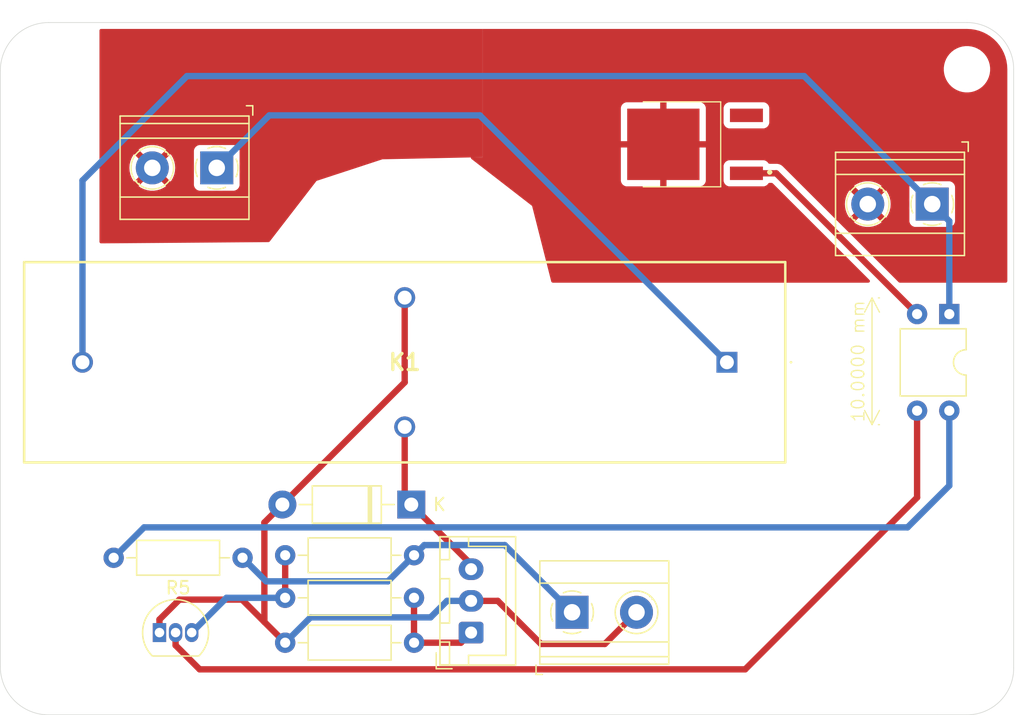
<source format=kicad_pcb>
(kicad_pcb (version 20240108) (generator "pcbnew") (generator_version "8.0")
  (title_block (title "Discharge Circuit") (date "2023-07-26") (rev "v08") (company "UCD Formula Student") (comment 1 "Author: Darren Garrett") (comment 2 "Amended by: Rebecca McDonald"))
  (layers (0 "F.Cu" signal) (31 "B.Cu" signal) (34 "B.Paste" user) (35 "F.Paste" user) (36 "B.SilkS" user "B.Silkscreen") (37 "F.SilkS" user "F.Silkscreen") (38 "B.Mask" user) (39 "F.Mask" user) (44 "Edge.Cuts" user))
  (net 0 "")
  (net 1 "~{DISCHARGING}")
  (net 3 "Net-(J1-Pin_1)")
  (net 4 "TS-")
  (net 5 "TS+")
  (net 6 "Net-(IC1-IN)")
  (net 7 "Net-(Q1-G)")
  (net 8 "Net-(Q1-D)")
  (net 9 "Net-(R5-Pad2)")
  (net 10 "GLV-")
  (net 11 "GLV+")
  (net 12 "SDWN_DC+")
  (footprint "DBR71210:DBR71210" (layer "F.Cu") (at 183.261 95.377 180)
    (property "Reference" "K1" (at 25.4 0 180) (layer "F.SilkS") (effects (font (size 1.27 1.27) (thickness 0.254))))
    (property "Value" "DBR71210" (hide yes))
    (fp_line (start 55.4 7.9) (end 55.4 -7.9) (stroke (width 0.2)) (layer "F.SilkS"))
    (fp_line (start 55.4 -7.9) (end -4.6 -7.9) (stroke (width 0.2)) (layer "F.SilkS"))
    (fp_line (start -4.6 7.9) (end 55.4 7.9) (stroke (width 0.2)) (layer "F.SilkS"))
    (fp_line (start -4.6 -7.9) (end -4.6 7.9) (stroke (width 0.2)) (layer "F.SilkS"))
    (fp_line (start -5 0) (end -5 0) (stroke (width 0.1)) (layer "F.SilkS"))
    (fp_line (start -5.1 0) (end -5.1 0) (stroke (width 0.1)) (layer "F.SilkS"))
    (fp_arc (start -5 0) (mid -5.05 0.05) (end -5.1 0) (stroke (width 0.1)) (layer "F.SilkS"))
    (fp_arc (start -5.1 0) (mid -5.05 -0.05) (end -5 0) (stroke (width 0.1)) (layer "F.SilkS"))
    (pad "1" thru_hole rect (at 0 0 180) (size 1.65 1.65) (drill 1.1) (layers "*.Cu" "*.Mask") (net 5 "TS+"))
    (pad "2" thru_hole circle (at 50.8 0 180) (size 1.65 1.65) (drill 1.1) (layers "*.Cu" "*.Mask") (net 3 "Net-(J1-Pin_1)"))
    (pad "3" thru_hole circle (at 25.4 5.1 180) (size 1.65 1.65) (drill 1.1) (layers "*.Cu" "*.Mask") (net 10 "GLV-"))
    (pad "4" thru_hole circle (at 25.4 -5.1 180) (size 1.65 1.65) (drill 1.1) (layers "*.Cu" "*.Mask") (net 12 "SDWN_DC+"))
  )
  (footprint "Resistor_THT:R_Axial_DIN0207_L6.3mm_D2.5mm_P10.16mm_Horizontal" (layer "F.Cu") (at 158.6 110.6 180)
    (property "Reference" "R2" (hide yes))
    (property "Value" "1k" (hide yes))
    (fp_line (start 9.12 0) (end 8.35 0) (stroke (width 0.12)) (layer "F.SilkS"))
    (fp_line (start 8.35 1.37) (end 8.35 -1.37) (stroke (width 0.12)) (layer "F.SilkS"))
    (fp_line (start 8.35 -1.37) (end 1.81 -1.37) (stroke (width 0.12)) (layer "F.SilkS"))
    (fp_line (start 1.81 1.37) (end 8.35 1.37) (stroke (width 0.12)) (layer "F.SilkS"))
    (fp_line (start 1.81 -1.37) (end 1.81 1.37) (stroke (width 0.12)) (layer "F.SilkS"))
    (fp_line (start 1.04 0) (end 1.81 0) (stroke (width 0.12)) (layer "F.SilkS"))
    (pad "1" thru_hole circle (at 0 0 180) (size 1.6 1.6) (drill 0.8) (layers "*.Cu" "*.Mask") (net 11 "GLV+"))
    (pad "2" thru_hole oval (at 10.16 0 180) (size 1.6 1.6) (drill 0.8) (layers "*.Cu" "*.Mask") (net 8 "Net-(Q1-D)"))
  )
  (footprint "Connector_JST:JST_XH_B3B-XH-A_1x03_P2.50mm_Vertical" (layer "F.Cu") (at 163.095 116.7 90)
    (property "Reference" "J4" (hide yes))
    (property "Value" "Conn_01x03" (hide yes))
    (fp_line (start -1.6 -2.75) (end -2.85 -2.75) (stroke (width 0.12)) (layer "F.SilkS"))
    (fp_line (start -2.85 -2.75) (end -2.85 -1.5) (stroke (width 0.12)) (layer "F.SilkS"))
    (fp_line (start 7.56 -2.46) (end -2.56 -2.46) (stroke (width 0.12)) (layer "F.SilkS"))
    (fp_line (start -2.56 -2.46) (end -2.56 3.51) (stroke (width 0.12)) (layer "F.SilkS"))
    (fp_line (start 7.55 -2.45) (end 5.75 -2.45) (stroke (width 0.12)) (layer "F.SilkS"))
    (fp_line (start 5.75 -2.45) (end 5.75 -1.7) (stroke (width 0.12)) (layer "F.SilkS"))
    (fp_line (start 4.25 -2.45) (end 0.75 -2.45) (stroke (width 0.12)) (layer "F.SilkS"))
    (fp_line (start 0.75 -2.45) (end 0.75 -1.7) (stroke (width 0.12)) (layer "F.SilkS"))
    (fp_line (start -0.75 -2.45) (end -2.55 -2.45) (stroke (width 0.12)) (layer "F.SilkS"))
    (fp_line (start -2.55 -2.45) (end -2.55 -1.7) (stroke (width 0.12)) (layer "F.SilkS"))
    (fp_line (start 7.55 -1.7) (end 7.55 -2.45) (stroke (width 0.12)) (layer "F.SilkS"))
    (fp_line (start 5.75 -1.7) (end 7.55 -1.7) (stroke (width 0.12)) (layer "F.SilkS"))
    (fp_line (start 4.25 -1.7) (end 4.25 -2.45) (stroke (width 0.12)) (layer "F.SilkS"))
    (fp_line (start 0.75 -1.7) (end 4.25 -1.7) (stroke (width 0.12)) (layer "F.SilkS"))
    (fp_line (start -0.75 -1.7) (end -0.75 -2.45) (stroke (width 0.12)) (layer "F.SilkS"))
    (fp_line (start -2.55 -1.7) (end -0.75 -1.7) (stroke (width 0.12)) (layer "F.SilkS"))
    (fp_line (start 7.55 -0.2) (end 6.8 -0.2) (stroke (width 0.12)) (layer "F.SilkS"))
    (fp_line (start 6.8 -0.2) (end 6.8 2.75) (stroke (width 0.12)) (layer "F.SilkS"))
    (fp_line (start -1.8 -0.2) (end -1.8 2.75) (stroke (width 0.12)) (layer "F.SilkS"))
    (fp_line (start -2.55 -0.2) (end -1.8 -0.2) (stroke (width 0.12)) (layer "F.SilkS"))
    (fp_line (start 6.8 2.75) (end 2.5 2.75) (stroke (width 0.12)) (layer "F.SilkS"))
    (fp_line (start -1.8 2.75) (end 2.5 2.75) (stroke (width 0.12)) (layer "F.SilkS"))
    (fp_line (start 7.56 3.51) (end 7.56 -2.46) (stroke (width 0.12)) (layer "F.SilkS"))
    (fp_line (start -2.56 3.51) (end 7.56 3.51) (stroke (width 0.12)) (layer "F.SilkS"))
    (pad "1" thru_hole roundrect (at 0 0 90) (size 1.7 1.95) (drill 0.95) (layers "*.Cu" "*.Mask") (roundrect_rratio 0.147059) (net 1 "~{DISCHARGING}"))
    (pad "2" thru_hole oval (at 2.5 0 90) (size 1.7 1.95) (drill 0.95) (layers "*.Cu" "*.Mask") (net 10 "GLV-"))
    (pad "3" thru_hole oval (at 5 0 90) (size 1.7 1.95) (drill 0.95) (layers "*.Cu" "*.Mask") (net 12 "SDWN_DC+"))
  )
  (footprint "MountingHole:MountingHole_3.2mm_M3" (layer "F.Cu") (at 129.8 119.4)
    (property "Reference" "H3" (hide yes))
    (property "Value" "M3" (hide yes))
    (pad "" np_thru_hole circle (at 0 0) (size 3.2 3.2) (drill 3.2) (layers "*.Cu" "*.Mask"))
  )
  (footprint "Phoenix 1x2 Connector:Phoenix_1x2_1729128" (layer "F.Cu") (at 143.045 80.0425 180)
    (property "Reference" "J2" (hide yes))
    (property "Value" "Conn_01x02" (hide yes))
    (fp_line (start 7.62 -4.06) (end 7.62 4.09) (stroke (width 0.12)) (layer "F.SilkS"))
    (fp_line (start 6.355 -1.069) (end 6.308 -1.023) (stroke (width 0.12)) (layer "F.SilkS"))
    (fp_line (start 6.15 -1.275) (end 6.115 -1.239) (stroke (width 0.12)) (layer "F.SilkS"))
    (fp_line (start 4.046 1.239) (end 4.011 1.274) (stroke (width 0.12)) (layer "F.SilkS"))
    (fp_line (start 3.853 1.023) (end 3.806 1.069) (stroke (width 0.12)) (layer "F.SilkS"))
    (fp_line (start -2.54 4.09) (end 7.62 4.09) (stroke (width 0.12)) (layer "F.SilkS"))
    (fp_line (start -2.54 3.5) (end 7.62 3.5) (stroke (width 0.12)) (layer "F.SilkS"))
    (fp_line (start -2.54 2.34) (end 7.62 2.34) (stroke (width 0.12)) (layer "F.SilkS"))
    (fp_line (start -2.54 -2.301) (end 7.62 -2.301) (stroke (width 0.12)) (layer "F.SilkS"))
    (fp_line (start -2.54 -4.06) (end 7.62 -4.06) (stroke (width 0.12)) (layer "F.SilkS"))
    (fp_line (start -2.54 -4.06) (end -2.54 4.09) (stroke (width 0.12)) (layer "F.SilkS"))
    (fp_line (start -2.84 4.9) (end -2.34 4.9) (stroke (width 0.12)) (layer "F.SilkS"))
    (fp_line (start -2.84 4.16) (end -2.84 4.9) (stroke (width 0.12)) (layer "F.SilkS"))
    (fp_arc (start 1.535427 -0.683042) (mid 1.680501 0.000524) (end 1.535 0.684) (stroke (width 0.12)) (layer "F.SilkS"))
    (fp_arc (start 0.683318 1.534756) (mid 0.349292 1.643288) (end 0 1.68) (stroke (width 0.12)) (layer "F.SilkS"))
    (fp_arc (start 0.028805 1.680253) (mid -0.335551 1.646659) (end -0.684 1.535) (stroke (width 0.12)) (layer "F.SilkS"))
    (fp_arc (start -0.683042 -1.535427) (mid 0.000524 -1.680501) (end 0.684 -1.535) (stroke (width 0.12)) (layer "F.SilkS"))
    (fp_arc (start -1.535427 0.683042) (mid -1.680501 -0.000524) (end -1.535 -0.684) (stroke (width 0.12)) (layer "F.SilkS"))
    (fp_circle (center 5.08 0) (end 6.76 0) (stroke (width 0.12)) (fill none) (layer "F.SilkS"))
    (pad "1" thru_hole rect (at 0 0 180) (size 2.6 2.6) (drill 1.3) (layers "*.Cu" "*.Mask") (net 5 "TS+"))
    (pad "2" thru_hole circle (at 5.08 0 180) (size 2.6 2.6) (drill 1.3) (layers "*.Cu" "*.Mask") (net 4 "TS-"))
  )
  (footprint "Package_DIP:DIP-4_W7.62mm" (layer "F.Cu") (at 200.792 91.577 -90)
    (property "Reference" "U2" (hide yes))
    (property "Value" "HCPL-817-000E" (hide yes))
    (fp_line (start 1.16 3.87) (end 6.46 3.87) (stroke (width 0.12)) (layer "F.SilkS"))
    (fp_line (start 6.46 3.87) (end 6.46 -1.33) (stroke (width 0.12)) (layer "F.SilkS"))
    (fp_line (start 1.16 -1.33) (end 1.16 3.87) (stroke (width 0.12)) (layer "F.SilkS"))
    (fp_line (start 2.81 -1.33) (end 1.16 -1.33) (stroke (width 0.12)) (layer "F.SilkS"))
    (fp_line (start 6.46 -1.33) (end 4.81 -1.33) (stroke (width 0.12)) (layer "F.SilkS"))
    (fp_arc (start 4.81 -1.33) (mid 3.81 -0.33) (end 2.81 -1.33) (stroke (width 0.12)) (layer "F.SilkS"))
    (pad "1" thru_hole rect (at 0 0 270) (size 1.6 1.6) (drill 0.8) (layers "*.Cu" "*.Mask") (net 3 "Net-(J1-Pin_1)"))
    (pad "2" thru_hole oval (at 0 2.54 270) (size 1.6 1.6) (drill 0.8) (layers "*.Cu" "*.Mask") (net 6 "Net-(IC1-IN)"))
    (pad "3" thru_hole oval (at 7.62 2.54 270) (size 1.6 1.6) (drill 0.8) (layers "*.Cu" "*.Mask") (net 7 "Net-(Q1-G)"))
    (pad "4" thru_hole oval (at 7.62 0 270) (size 1.6 1.6) (drill 0.8) (layers "*.Cu" "*.Mask") (net 9 "Net-(R5-Pad2)"))
  )
  (footprint "Resistor_THT:R_Axial_DIN0207_L6.3mm_D2.5mm_P10.16mm_Horizontal" (layer "F.Cu") (at 158.6 117.5 180)
    (property "Reference" "R4" (hide yes))
    (property "Value" "3.3k" (hide yes))
    (fp_line (start 9.12 0) (end 8.35 0) (stroke (width 0.12)) (layer "F.SilkS"))
    (fp_line (start 8.35 1.37) (end 8.35 -1.37) (stroke (width 0.12)) (layer "F.SilkS"))
    (fp_line (start 8.35 -1.37) (end 1.81 -1.37) (stroke (width 0.12)) (layer "F.SilkS"))
    (fp_line (start 1.81 1.37) (end 8.35 1.37) (stroke (width 0.12)) (layer "F.SilkS"))
    (fp_line (start 1.81 -1.37) (end 1.81 1.37) (stroke (width 0.12)) (layer "F.SilkS"))
    (fp_line (start 1.04 0) (end 1.81 0) (stroke (width 0.12)) (layer "F.SilkS"))
    (pad "1" thru_hole circle (at 0 0 180) (size 1.6 1.6) (drill 0.8) (layers "*.Cu" "*.Mask") (net 1 "~{DISCHARGING}"))
    (pad "2" thru_hole oval (at 10.16 0 180) (size 1.6 1.6) (drill 0.8) (layers "*.Cu" "*.Mask") (net 10 "GLV-"))
  )
  (footprint "MountingHole:MountingHole_3.2mm_M3" (layer "F.Cu") (at 129.794 72.39)
    (property "Reference" "H1" (hide yes))
    (property "Value" "M3" (hide yes))
    (pad "" np_thru_hole circle (at 0 0) (size 3.2 3.2) (drill 3.2) (layers "*.Cu" "*.Mask"))
  )
  (footprint "Phoenix 1x2 Connector:Phoenix_1x2_1729128" (layer "F.Cu") (at 171.055 115.1)
    (property "Reference" "J3" (hide yes))
    (property "Value" "Conn_01x02" (hide yes))
    (fp_line (start -2.84 4.16) (end -2.84 4.9) (stroke (width 0.12)) (layer "F.SilkS"))
    (fp_line (start -2.84 4.9) (end -2.34 4.9) (stroke (width 0.12)) (layer "F.SilkS"))
    (fp_line (start -2.54 -4.06) (end -2.54 4.09) (stroke (width 0.12)) (layer "F.SilkS"))
    (fp_line (start -2.54 -4.06) (end 7.62 -4.06) (stroke (width 0.12)) (layer "F.SilkS"))
    (fp_line (start -2.54 -2.301) (end 7.62 -2.301) (stroke (width 0.12)) (layer "F.SilkS"))
    (fp_line (start -2.54 2.34) (end 7.62 2.34) (stroke (width 0.12)) (layer "F.SilkS"))
    (fp_line (start -2.54 3.5) (end 7.62 3.5) (stroke (width 0.12)) (layer "F.SilkS"))
    (fp_line (start -2.54 4.09) (end 7.62 4.09) (stroke (width 0.12)) (layer "F.SilkS"))
    (fp_line (start 3.853 1.023) (end 3.806 1.069) (stroke (width 0.12)) (layer "F.SilkS"))
    (fp_line (start 4.046 1.239) (end 4.011 1.274) (stroke (width 0.12)) (layer "F.SilkS"))
    (fp_line (start 6.15 -1.275) (end 6.115 -1.239) (stroke (width 0.12)) (layer "F.SilkS"))
    (fp_line (start 6.355 -1.069) (end 6.308 -1.023) (stroke (width 0.12)) (layer "F.SilkS"))
    (fp_line (start 7.62 -4.06) (end 7.62 4.09) (stroke (width 0.12)) (layer "F.SilkS"))
    (fp_arc (start -1.535427 0.683042) (mid -1.680501 -0.000524) (end -1.535 -0.684) (stroke (width 0.12)) (layer "F.SilkS"))
    (fp_arc (start -0.683042 -1.535427) (mid 0.000524 -1.680501) (end 0.684 -1.535) (stroke (width 0.12)) (layer "F.SilkS"))
    (fp_arc (start 0.028805 1.680253) (mid -0.335551 1.646659) (end -0.684 1.535) (stroke (width 0.12)) (layer "F.SilkS"))
    (fp_arc (start 0.683318 1.534756) (mid 0.349292 1.643288) (end 0 1.68) (stroke (width 0.12)) (layer "F.SilkS"))
    (fp_arc (start 1.535427 -0.683042) (mid 1.680501 0.000524) (end 1.535 0.684) (stroke (width 0.12)) (layer "F.SilkS"))
    (fp_circle (center 5.08 0) (end 6.76 0) (stroke (width 0.12)) (fill none) (layer "F.SilkS"))
    (pad "1" thru_hole rect (at 0 0) (size 2.6 2.6) (drill 1.3) (layers "*.Cu" "*.Mask") (net 11 "GLV+"))
    (pad "2" thru_hole circle (at 5.08 0) (size 2.6 2.6) (drill 1.3) (layers "*.Cu" "*.Mask") (net 10 "GLV-"))
  )
  (footprint "MountingHole:MountingHole_3.2mm_M3" (layer "F.Cu") (at 202.184 72.263)
    (property "Reference" "H2" (hide yes))
    (property "Value" "M3" (hide yes))
    (pad "" np_thru_hole circle (at 0 0) (size 3.2 3.2) (drill 3.2) (layers "*.Cu" "*.Mask"))
  )
  (footprint "Resistor_THT:R_Axial_DIN0207_L6.3mm_D2.5mm_P10.16mm_Horizontal" (layer "F.Cu") (at 145.08 110.8 180)
    (property "Reference" "R5" (at 5.08 -2.37 0) (layer "F.SilkS"))
    (property "Value" "1k")
    (fp_line (start 9.12 0) (end 8.35 0) (stroke (width 0.12)) (layer "F.SilkS"))
    (fp_line (start 8.35 1.37) (end 8.35 -1.37) (stroke (width 0.12)) (layer "F.SilkS"))
    (fp_line (start 8.35 -1.37) (end 1.81 -1.37) (stroke (width 0.12)) (layer "F.SilkS"))
    (fp_line (start 1.81 1.37) (end 8.35 1.37) (stroke (width 0.12)) (layer "F.SilkS"))
    (fp_line (start 1.81 -1.37) (end 1.81 1.37) (stroke (width 0.12)) (layer "F.SilkS"))
    (fp_line (start 1.04 0) (end 1.81 0) (stroke (width 0.12)) (layer "F.SilkS"))
    (pad "1" thru_hole circle (at 0 0 180) (size 1.6 1.6) (drill 0.8) (layers "*.Cu" "*.Mask") (net 11 "GLV+"))
    (pad "2" thru_hole oval (at 10.16 0 180) (size 1.6 1.6) (drill 0.8) (layers "*.Cu" "*.Mask") (net 9 "Net-(R5-Pad2)"))
  )
  (footprint "Resistor_THT:R_Axial_DIN0207_L6.3mm_D2.5mm_P10.16mm_Horizontal" (layer "F.Cu") (at 148.435 113.9575)
    (property "Reference" "R3" (hide yes))
    (property "Value" "8.2k" (hide yes))
    (fp_line (start 1.04 0) (end 1.81 0) (stroke (width 0.12)) (layer "F.SilkS"))
    (fp_line (start 1.81 -1.37) (end 1.81 1.37) (stroke (width 0.12)) (layer "F.SilkS"))
    (fp_line (start 1.81 1.37) (end 8.35 1.37) (stroke (width 0.12)) (layer "F.SilkS"))
    (fp_line (start 8.35 -1.37) (end 1.81 -1.37) (stroke (width 0.12)) (layer "F.SilkS"))
    (fp_line (start 8.35 1.37) (end 8.35 -1.37) (stroke (width 0.12)) (layer "F.SilkS"))
    (fp_line (start 9.12 0) (end 8.35 0) (stroke (width 0.12)) (layer "F.SilkS"))
    (pad "1" thru_hole circle (at 0 0) (size 1.6 1.6) (drill 0.8) (layers "*.Cu" "*.Mask") (net 8 "Net-(Q1-D)"))
    (pad "2" thru_hole oval (at 10.16 0) (size 1.6 1.6) (drill 0.8) (layers "*.Cu" "*.Mask") (net 1 "~{DISCHARGING}"))
  )
  (footprint "AL5890_10_D13:AL589010D13" (layer "F.Cu") (at 180.735 78.186 90)
    (property "Reference" "IC1" (hide yes))
    (property "Value" "AL5890-10D-13" (hide yes))
    (fp_line (start -3.35 -4.065) (end -3.35 2.035) (stroke (width 0.1)) (layer "F.SilkS"))
    (fp_line (start 3.35 2.035) (end 3.35 -4.065) (stroke (width 0.1)) (layer "F.SilkS"))
    (fp_line (start -3.35 2.035) (end 3.35 2.035) (stroke (width 0.1)) (layer "F.SilkS"))
    (fp_line (start -2.2 5.8) (end -2.2 5.8) (stroke (width 0.2)) (layer "F.SilkS"))
    (fp_line (start -2.2 6) (end -2.2 6) (stroke (width 0.2)) (layer "F.SilkS"))
    (fp_arc (start -2.2 5.8) (mid -2.1 5.9) (end -2.2 6) (stroke (width 0.2)) (layer "F.SilkS"))
    (fp_arc (start -2.2 6) (mid -2.3 5.9) (end -2.2 5.8) (stroke (width 0.2)) (layer "F.SilkS"))
    (pad "1" smd rect (at -2.286 4.065 90) (size 1.06 2.6) (layers "F.Cu" "F.Paste" "F.Mask") (net 6 "Net-(IC1-IN)"))
    (pad "2" smd rect (at 0 -2.485 90) (size 5.632 5.7) (layers "F.Cu" "F.Paste" "F.Mask") (net 4 "TS-"))
    (pad "3" smd rect (at 2.286 4.065 90) (size 1.06 2.6) (layers "F.Cu" "F.Paste" "F.Mask"))
  )
  (footprint "Phoenix 1x2 Connector:Phoenix_1x2_1729128" (layer "F.Cu") (at 199.445 82.9 180)
    (property "Reference" "J1" (hide yes))
    (property "Value" "Conn_01x02" (hide yes))
    (fp_line (start 7.62 -4.06) (end 7.62 4.09) (stroke (width 0.12)) (layer "F.SilkS"))
    (fp_line (start 6.355 -1.069) (end 6.308 -1.023) (stroke (width 0.12)) (layer "F.SilkS"))
    (fp_line (start 6.15 -1.275) (end 6.115 -1.239) (stroke (width 0.12)) (layer "F.SilkS"))
    (fp_line (start 4.046 1.239) (end 4.011 1.274) (stroke (width 0.12)) (layer "F.SilkS"))
    (fp_line (start 3.853 1.023) (end 3.806 1.069) (stroke (width 0.12)) (layer "F.SilkS"))
    (fp_line (start -2.54 4.09) (end 7.62 4.09) (stroke (width 0.12)) (layer "F.SilkS"))
    (fp_line (start -2.54 3.5) (end 7.62 3.5) (stroke (width 0.12)) (layer "F.SilkS"))
    (fp_line (start -2.54 2.34) (end 7.62 2.34) (stroke (width 0.12)) (layer "F.SilkS"))
    (fp_line (start -2.54 -2.301) (end 7.62 -2.301) (stroke (width 0.12)) (layer "F.SilkS"))
    (fp_line (start -2.54 -4.06) (end 7.62 -4.06) (stroke (width 0.12)) (layer "F.SilkS"))
    (fp_line (start -2.54 -4.06) (end -2.54 4.09) (stroke (width 0.12)) (layer "F.SilkS"))
    (fp_line (start -2.84 4.9) (end -2.34 4.9) (stroke (width 0.12)) (layer "F.SilkS"))
    (fp_line (start -2.84 4.16) (end -2.84 4.9) (stroke (width 0.12)) (layer "F.SilkS"))
    (fp_arc (start 1.535427 -0.683042) (mid 1.680501 0.000524) (end 1.535 0.684) (stroke (width 0.12)) (layer "F.SilkS"))
    (fp_arc (start 0.683318 1.534756) (mid 0.349292 1.643288) (end 0 1.68) (stroke (width 0.12)) (layer "F.SilkS"))
    (fp_arc (start 0.028805 1.680253) (mid -0.335551 1.646659) (end -0.684 1.535) (stroke (width 0.12)) (layer "F.SilkS"))
    (fp_arc (start -0.683042 -1.535427) (mid 0.000524 -1.680501) (end 0.684 -1.535) (stroke (width 0.12)) (layer "F.SilkS"))
    (fp_arc (start -1.535427 0.683042) (mid -1.680501 -0.000524) (end -1.535 -0.684) (stroke (width 0.12)) (layer "F.SilkS"))
    (fp_circle (center 5.08 0) (end 6.76 0) (stroke (width 0.12)) (fill none) (layer "F.SilkS"))
    (pad "1" thru_hole rect (at 0 0 180) (size 2.6 2.6) (drill 1.3) (layers "*.Cu" "*.Mask") (net 3 "Net-(J1-Pin_1)"))
    (pad "2" thru_hole circle (at 5.08 0 180) (size 2.6 2.6) (drill 1.3) (layers "*.Cu" "*.Mask") (net 4 "TS-"))
  )
  (footprint "MountingHole:MountingHole_3.2mm_M3" (layer "F.Cu") (at 202.2 119.5)
    (property "Reference" "H3" (hide yes))
    (property "Value" "M3" (hide yes))
    (pad "" np_thru_hole circle (at 0 0) (size 3.2 3.2) (drill 3.2) (layers "*.Cu" "*.Mask"))
  )
  (footprint "Package_TO_SOT_THT:TO-92_Inline" (layer "F.Cu") (at 138.53 116.7)
    (property "Reference" "Q1" (hide yes))
    (property "Value" "2N7000")
    (fp_line (start -0.53 1.85) (end 3.07 1.85) (stroke (width 0.12)) (layer "F.SilkS"))
    (fp_arc (start -0.568478 1.838478) (mid -1.132087 -0.994977) (end 1.27 -2.6) (stroke (width 0.12)) (layer "F.SilkS"))
    (fp_arc (start 1.27 -2.6) (mid 3.672087 -0.994977) (end 3.108478 1.838478) (stroke (width 0.12)) (layer "F.SilkS"))
    (pad "1" thru_hole rect (at 0 0) (size 1.05 1.5) (drill 0.75) (layers "*.Cu" "*.Mask") (net 10 "GLV-"))
    (pad "2" thru_hole oval (at 1.27 0) (size 1.05 1.5) (drill 0.75) (layers "*.Cu" "*.Mask") (net 7 "Net-(Q1-G)"))
    (pad "3" thru_hole oval (at 2.54 0) (size 1.05 1.5) (drill 0.75) (layers "*.Cu" "*.Mask") (net 8 "Net-(Q1-D)"))
  )
  (footprint "Diode_THT:D_DO-41_SOD81_P10.16mm_Horizontal" (layer "F.Cu") (at 158.38 106.6 180)
    (property "Reference" "D1" (hide yes))
    (property "Value" "1N4001" (hide yes))
    (fp_line (start 8.82 0) (end 7.8 0) (stroke (width 0.12)) (layer "F.SilkS"))
    (fp_line (start 7.8 1.47) (end 7.8 -1.47) (stroke (width 0.12)) (layer "F.SilkS"))
    (fp_line (start 7.8 -1.47) (end 2.36 -1.47) (stroke (width 0.12)) (layer "F.SilkS"))
    (fp_line (start 3.38 -1.47) (end 3.38 1.47) (stroke (width 0.12)) (layer "F.SilkS"))
    (fp_line (start 3.26 -1.47) (end 3.26 1.47) (stroke (width 0.12)) (layer "F.SilkS"))
    (fp_line (start 3.14 -1.47) (end 3.14 1.47) (stroke (width 0.12)) (layer "F.SilkS"))
    (fp_line (start 2.36 1.47) (end 7.8 1.47) (stroke (width 0.12)) (layer "F.SilkS"))
    (fp_line (start 2.36 -1.47) (end 2.36 1.47) (stroke (width 0.12)) (layer "F.SilkS"))
    (fp_line (start 1.34 0) (end 2.36 0) (stroke (width 0.12)) (layer "F.SilkS"))
    (fp_text user "K" (at -2.22 0 180) (layer "F.SilkS"))
    (pad "1" thru_hole rect (at 0 0 180) (size 2.2 2.2) (drill 1.1) (layers "*.Cu" "*.Mask") (net 12 "SDWN_DC+"))
    (pad "2" thru_hole oval (at 10.16 0 180) (size 2.2 2.2) (drill 1.1) (layers "*.Cu" "*.Mask") (net 10 "GLV-"))
  )
  (gr_arc (start 205.867 119.507) (mid 204.788274 122.111274) (end 202.184 123.19) (stroke (width 0.05)) (layer "Edge.Cuts"))
  (gr_line (start 199.898 68.58) (end 202.184 68.58) (stroke (width 0.05)) (layer "Edge.Cuts"))
  (gr_line (start 199.898 123.19) (end 202.184 123.19) (stroke (width 0.05)) (layer "Edge.Cuts"))
  (gr_line (start 205.867 72.263) (end 205.867 119.507) (stroke (width 0.05)) (layer "Edge.Cuts"))
  (gr_line (start 125.984 119.38) (end 125.984 72.39) (stroke (width 0.05)) (layer "Edge.Cuts"))
  (gr_arc (start 202.184 68.58) (mid 204.788274 69.658726) (end 205.867 72.263) (stroke (width 0.05)) (layer "Edge.Cuts"))
  (gr_arc (start 125.984 72.39) (mid 127.099923 69.695923) (end 129.794 68.58) (stroke (width 0.05)) (layer "Edge.Cuts"))
  (gr_arc (start 129.794 123.19) (mid 127.099923 122.074077) (end 125.984 119.38) (stroke (width 0.05)) (layer "Edge.Cuts"))
  (gr_line (start 199.898 123.19) (end 129.794 123.19) (stroke (width 0.05)) (layer "Edge.Cuts"))
  (gr_line (start 129.794 68.58) (end 199.898 68.58) (stroke (width 0.05)) (layer "Edge.Cuts"))
  (dimension (type aligned) (layer "F.SilkS") (pts (xy 194.7 90.3) (xy 194.7 100.3)) (height 0) (gr_text "10.0000 mm" (at 193.6 95.3 90) (layer "F.SilkS") (effects (font (size 1 1) (thickness 0.1)))) (format (prefix "") (suffix "") (units 3) (units_format 1) (precision 4)) (style (thickness 0.1) (arrow_length 1.27) (text_position_mode 0) (extension_height 0.58642) (extension_offset 0.5) keep_text_aligned))
  (segment (start 162.295 117.5) (end 163.095 116.7) (width 0.5) (layer "F.Cu") (net 1))
  (segment (start 158.6 117.5) (end 162.295 117.5) (width 0.5) (layer "F.Cu") (net 1))
  (segment (start 158.595 117.495) (end 158.6 117.5) (width 0.5) (layer "F.Cu") (net 1))
  (segment (start 158.595 113.9575) (end 158.595 117.495) (width 0.5) (layer "F.Cu") (net 1))
  (segment (start 189.345 72.8) (end 199.445 82.9) (width 0.5) (layer "B.Cu") (net 3))
  (segment (start 200.792 84.247) (end 199.445 82.9) (width 0.5) (layer "B.Cu") (net 3))
  (segment (start 140.7 72.8) (end 189.345 72.8) (width 0.5) (layer "B.Cu") (net 3))
  (segment (start 132.461 81.039) (end 140.7 72.8) (width 0.5) (layer "B.Cu") (net 3))
  (segment (start 200.792 91.577) (end 200.792 84.247) (width 0.5) (layer "B.Cu") (net 3))
  (segment (start 132.461 95.377) (end 132.461 81.039) (width 0.5) (layer "B.Cu") (net 3))
  (segment (start 163.784 75.9) (end 183.261 95.377) (width 0.5) (layer "B.Cu") (net 5))
  (segment (start 143.045 80.0425) (end 147.1875 75.9) (width 0.5) (layer "B.Cu") (net 5))
  (segment (start 147.1875 75.9) (end 163.784 75.9) (width 0.5) (layer "B.Cu") (net 5))
  (segment (start 184.8 80.472) (end 187.147 80.472) (width 0.5) (layer "F.Cu") (net 6))
  (segment (start 187.147 80.472) (end 198.252 91.577) (width 0.5) (layer "F.Cu") (net 6))
  (segment (start 198.252 106.048) (end 198.252 99.197) (width 0.5) (layer "F.Cu") (net 7))
  (segment (start 139.8 116.7) (end 139.8 117.705) (width 0.5) (layer "F.Cu") (net 7))
  (segment (start 184.7 119.6) (end 198.252 106.048) (width 0.5) (layer "F.Cu") (net 7))
  (segment (start 139.8 117.705) (end 141.695 119.6) (width 0.5) (layer "F.Cu") (net 7))
  (segment (start 141.695 119.6) (end 184.7 119.6) (width 0.5) (layer "F.Cu") (net 7))
  (segment (start 148.44 110.6) (end 148.44 113.9525) (width 0.5) (layer "F.Cu") (net 8))
  (segment (start 148.44 113.9525) (end 148.435 113.9575) (width 0.5) (layer "F.Cu") (net 8))
  (segment (start 148.435 113.9575) (end 143.8125 113.9575) (width 0.5) (layer "B.Cu") (net 8))
  (segment (start 143.8125 113.9575) (end 141.07 116.7) (width 0.5) (layer "B.Cu") (net 8))
  (segment (start 137.32 108.4) (end 197.5 108.4) (width 0.5) (layer "B.Cu") (net 9))
  (segment (start 134.92 110.8) (end 137.32 108.4) (width 0.5) (layer "B.Cu") (net 9))
  (segment (start 197.5 108.4) (end 200.792 105.108) (width 0.5) (layer "B.Cu") (net 9))
  (segment (start 200.792 105.108) (end 200.792 99.197) (width 0.5) (layer "B.Cu") (net 9))
  (segment (start 168.6 117.6) (end 173.635 117.6) (width 0.5) (layer "F.Cu") (net 10))
  (segment (start 165.2 114.2) (end 168.6 117.6) (width 0.5) (layer "F.Cu") (net 10))
  (segment (start 173.635 117.6) (end 176.135 115.1) (width 0.5) (layer "F.Cu") (net 10))
  (segment (start 163.095 114.2) (end 165.2 114.2) (width 0.5) (layer "F.Cu") (net 10))
  (segment (start 138.53 116.7) (end 138.53 115.67) (width 0.5) (layer "F.Cu") (net 10))
  (segment (start 140.1 114.1) (end 145.04 114.1) (width 0.5) (layer "F.Cu") (net 10))
  (segment (start 157.861 90.277) (end 157.861 96.959) (width 0.5) (layer "F.Cu") (net 10))
  (segment (start 157.861 96.959) (end 148.22 106.6) (width 0.5) (layer "F.Cu") (net 10))
  (segment (start 148.44 117.5) (end 146.8 115.86) (width 0.5) (layer "F.Cu") (net 10))
  (segment (start 146.8 115.86) (end 146.8 108.02) (width 0.5) (layer "F.Cu") (net 10))
  (segment (start 138.53 115.67) (end 140.1 114.1) (width 0.5) (layer "F.Cu") (net 10))
  (segment (start 146.8 108.02) (end 148.22 106.6) (width 0.5) (layer "F.Cu") (net 10))
  (segment (start 145.04 114.1) (end 146.8 115.86) (width 0.5) (layer "F.Cu") (net 10))
  (segment (start 161.2 114.2) (end 163.095 114.2) (width 0.5) (layer "B.Cu") (net 10))
  (segment (start 148.44 117.5) (end 150.44 115.5) (width 0.5) (layer "B.Cu") (net 10))
  (segment (start 150.44 115.5) (end 159.9 115.5) (width 0.5) (layer "B.Cu") (net 10))
  (segment (start 159.9 115.5) (end 161.2 114.2) (width 0.5) (layer "B.Cu") (net 10))
  (segment (start 159.399999 109.800001) (end 165.755001 109.800001) (width 0.5) (layer "B.Cu") (net 11))
  (segment (start 146.9375 112.6575) (end 156.5425 112.6575) (width 0.5) (layer "B.Cu") (net 11))
  (segment (start 145.08 110.8) (end 146.9375 112.6575) (width 0.5) (layer "B.Cu") (net 11))
  (segment (start 165.755001 109.800001) (end 171.055 115.1) (width 0.5) (layer "B.Cu") (net 11))
  (segment (start 158.6 110.6) (end 159.399999 109.800001) (width 0.5) (layer "B.Cu") (net 11))
  (segment (start 156.5425 112.6575) (end 158.6 110.6) (width 0.5) (layer "B.Cu") (net 11))
  (segment (start 163.095 111.7) (end 163.095 111.315) (width 0.5) (layer "F.Cu") (net 12))
  (segment (start 157.861 100.477) (end 157.861 106.081) (width 0.5) (layer "F.Cu") (net 12))
  (segment (start 157.861 106.081) (end 158.38 106.6) (width 0.5) (layer "F.Cu") (net 12))
  (segment (start 163.095 111.315) (end 158.38 106.6) (width 0.5) (layer "F.Cu") (net 12))
  (zone (net 4) (net_name "TS-") (layer "F.Cu") (connect_pads (clearance 0.5)) (min_thickness 0.25) (fill yes (thermal_gap 0.5) (thermal_bridge_width 0.5))
    (polygon (pts (xy 163.2 66.8) (xy 163.072261 79.3) (xy 167.902716 83.043972) (xy 169.437842 89.1) (xy 206.7 89.1) (xy 206.7 66.8)))
  )
  (zone (net 4) (net_name "TS-") (layer "F.Cu") (priority 1) (connect_pads (clearance 0.5)) (min_thickness 0.25) (fill yes (thermal_gap 0.5) (thermal_bridge_width 0.5))
    (polygon (pts (xy 164 66.8) (xy 133.8 66.8) (xy 133.8 86) (xy 147.183028 85.9) (xy 150.911485 81.069336) (xy 156.107671 79.366445) (xy 164 79.2)))
  )
)
</source>
